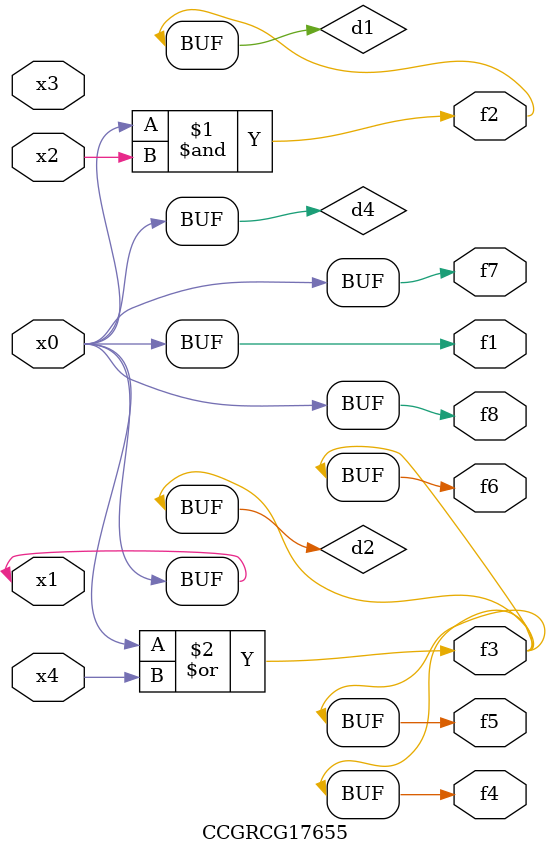
<source format=v>
module CCGRCG17655(
	input x0, x1, x2, x3, x4,
	output f1, f2, f3, f4, f5, f6, f7, f8
);

	wire d1, d2, d3, d4;

	and (d1, x0, x2);
	or (d2, x0, x4);
	nand (d3, x0, x2);
	buf (d4, x0, x1);
	assign f1 = d4;
	assign f2 = d1;
	assign f3 = d2;
	assign f4 = d2;
	assign f5 = d2;
	assign f6 = d2;
	assign f7 = d4;
	assign f8 = d4;
endmodule

</source>
